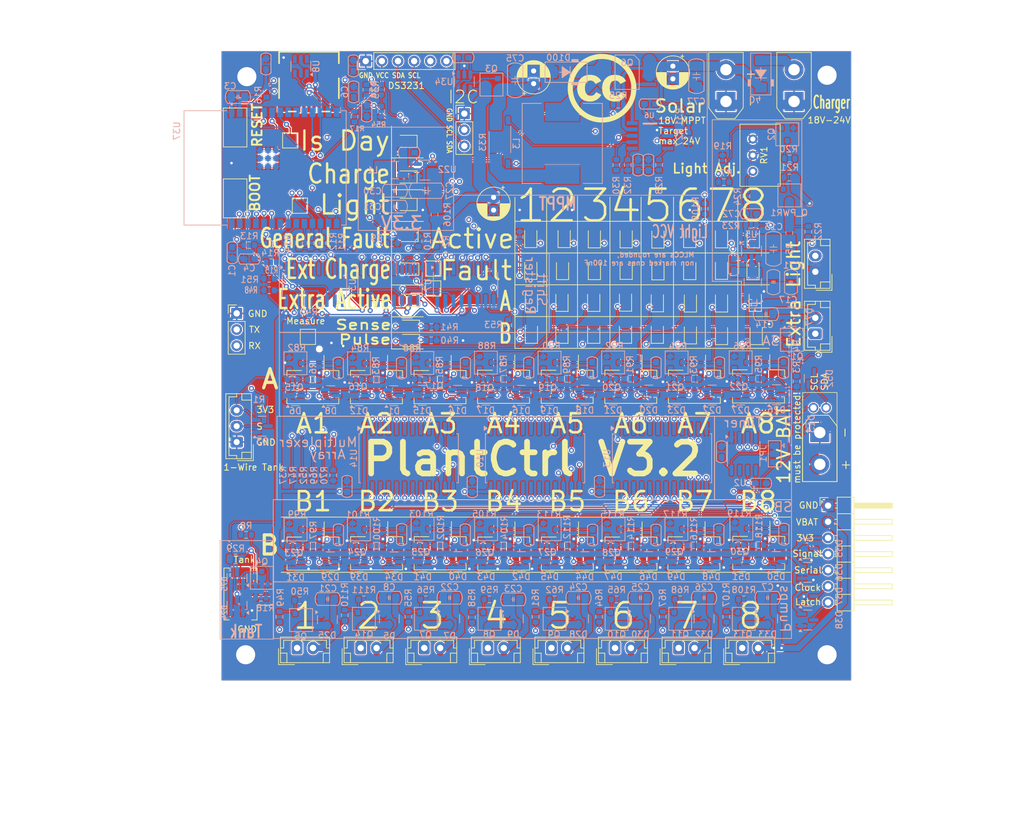
<source format=kicad_pcb>
(kicad_pcb
	(version 20240108)
	(generator "pcbnew")
	(generator_version "8.0")
	(general
		(thickness 1.6)
		(legacy_teardrops no)
	)
	(paper "A4")
	(layers
		(0 "F.Cu" signal)
		(1 "In1.Cu" signal)
		(2 "In2.Cu" signal)
		(31 "B.Cu" signal)
		(32 "B.Adhes" user "B.Adhesive")
		(33 "F.Adhes" user "F.Adhesive")
		(34 "B.Paste" user)
		(35 "F.Paste" user)
		(36 "B.SilkS" user "B.Silkscreen")
		(37 "F.SilkS" user "F.Silkscreen")
		(38 "B.Mask" user)
		(39 "F.Mask" user)
		(40 "Dwgs.User" user "User.Drawings")
		(41 "Cmts.User" user "User.Comments")
		(42 "Eco1.User" user "User.Eco1")
		(43 "Eco2.User" user "User.Eco2")
		(44 "Edge.Cuts" user)
		(45 "Margin" user)
		(46 "B.CrtYd" user "B.Courtyard")
		(47 "F.CrtYd" user "F.Courtyard")
		(48 "B.Fab" user)
		(49 "F.Fab" user)
	)
	(setup
		(stackup
			(layer "F.SilkS"
				(type "Top Silk Screen")
			)
			(layer "F.Paste"
				(type "Top Solder Paste")
			)
			(layer "F.Mask"
				(type "Top Solder Mask")
				(thickness 0.01)
			)
			(layer "F.Cu"
				(type "copper")
				(thickness 0.035)
			)
			(layer "dielectric 1"
				(type "prepreg")
				(thickness 0.1)
				(material "FR4")
				(epsilon_r 4.5)
				(loss_tangent 0.02)
			)
			(layer "In1.Cu"
				(type "copper")
				(thickness 0.035)
			)
			(layer "dielectric 2"
				(type "core")
				(thickness 1.24)
				(material "FR4")
				(epsilon_r 4.5)
				(loss_tangent 0.02)
			)
			(layer "In2.Cu"
				(type "copper")
				(thickness 0.035)
			)
			(layer "dielectric 3"
				(type "prepreg")
				(thickness 0.1)
				(material "FR4")
				(epsilon_r 4.5)
				(loss_tangent 0.02)
			)
			(layer "B.Cu"
				(type "copper")
				(thickness 0.035)
			)
			(layer "B.Mask"
				(type "Bottom Solder Mask")
				(thickness 0.01)
			)
			(layer "B.Paste"
				(type "Bottom Solder Paste")
			)
			(layer "B.SilkS"
				(type "Bottom Silk Screen")
			)
			(copper_finish "HAL lead-free")
			(dielectric_constraints no)
		)
		(pad_to_mask_clearance 0.05)
		(allow_soldermask_bridges_in_footprints no)
		(aux_axis_origin 68.58 26.67)
		(grid_origin 68.58 26.67)
		(pcbplotparams
			(layerselection 0x003ffff_ffffffff)
			(plot_on_all_layers_selection 0x0000000_00000000)
			(disableapertmacros no)
			(usegerberextensions no)
			(usegerberattributes no)
			(usegerberadvancedattributes no)
			(creategerberjobfile no)
			(dashed_line_dash_ratio 12.000000)
			(dashed_line_gap_ratio 3.000000)
			(svgprecision 4)
			(plotframeref no)
			(viasonmask no)
			(mode 1)
			(useauxorigin no)
			(hpglpennumber 1)
			(hpglpenspeed 20)
			(hpglpendiameter 15.000000)
			(pdf_front_fp_property_popups yes)
			(pdf_back_fp_property_popups yes)
			(dxfpolygonmode yes)
			(dxfimperialunits yes)
			(dxfusepcbnewfont yes)
			(psnegative no)
			(psa4output no)
			(plotreference yes)
			(plotvalue yes)
			(plotfptext yes)
			(plotinvisibletext no)
			(sketchpadsonfab no)
			(subtractmaskfromsilk no)
			(outputformat 1)
			(mirror no)
			(drillshape 0)
			(scaleselection 1)
			(outputdirectory "gerber/")
		)
	)
	(net 0 "")
	(net 1 "EN")
	(net 2 "VBAT")
	(net 3 "GND")
	(net 4 "S1")
	(net 5 "G1")
	(net 6 "3_3V")
	(net 7 "Temp")
	(net 8 "S2")
	(net 9 "G2")
	(net 10 "S3")
	(net 11 "Net-(U22-BST)")
	(net 12 "Net-(PUMP2-Pin_1)")
	(net 13 "PUMP_ENABLE")
	(net 14 "TANK_SENSOR")
	(net 15 "Net-(PUMP3-Pin_1)")
	(net 16 "Net-(PUMP4-Pin_1)")
	(net 17 "Net-(PUMP1-Pin_1)")
	(net 18 "Net-(PUMP5-Pin_1)")
	(net 19 "Net-(PUMP6-Pin_1)")
	(net 20 "Net-(PUMP7-Pin_1)")
	(net 21 "Net-(PUMP8-Pin_1)")
	(net 22 "SerialOut")
	(net 23 "Clock")
	(net 24 "Latch")
	(net 25 "Net-(Q1-G)")
	(net 26 "G3")
	(net 27 "ESP_RX")
	(net 28 "ESP_TX")
	(net 29 "Net-(Boot1-Pad2)")
	(net 30 "SDA")
	(net 31 "SCL")
	(net 32 "G4")
	(net 33 "S4")
	(net 34 "Net-(D10-K)")
	(net 35 "Net-(Q5-G)")
	(net 36 "G5")
	(net 37 "Net-(Q7-G)")
	(net 38 "Net-(Q8-G)")
	(net 39 "Net-(Q9-G)")
	(net 40 "Net-(Q10-G)")
	(net 41 "Net-(Q11-G)")
	(net 42 "Net-(Q4-G)")
	(net 43 "Net-(Q13-G)")
	(net 44 "Net-(Q14-G)")
	(net 45 "Net-(D78-A)")
	(net 46 "S5")
	(net 47 "Net-(C5-Pad2)")
	(net 48 "S6")
	(net 49 "G6")
	(net 50 "S7")
	(net 51 "PUMP1")
	(net 52 "G7")
	(net 53 "PUMP3")
	(net 54 "G8")
	(net 55 "Net-(R14-Pad2)")
	(net 56 "PUMP4")
	(net 57 "PUMP5")
	(net 58 "PUMP6")
	(net 59 "PUMP7")
	(net 60 "PUMP8")
	(net 61 "PUMP2")
	(net 62 "unconnected-(U37-IO0-Pad8)")
	(net 63 "unconnected-(U37-IO1-Pad9)")
	(net 64 "Net-(D78-K)")
	(net 65 "S8")
	(net 66 "SIGNAL")
	(net 67 "SerialIn")
	(net 68 "S9")
	(net 69 "G9")
	(net 70 "S10")
	(net 71 "G10")
	(net 72 "G11")
	(net 73 "S11")
	(net 74 "G12")
	(net 75 "S12")
	(net 76 "S13")
	(net 77 "G13")
	(net 78 "S14")
	(net 79 "G14")
	(net 80 "S15")
	(net 81 "G15")
	(net 82 "S16")
	(net 83 "G16")
	(net 84 "CD1")
	(net 85 "CD2")
	(net 86 "CD3")
	(net 87 "CD4")
	(net 88 "CD5")
	(net 89 "Net-(D10-A)")
	(net 90 "Net-(D2-K)")
	(net 91 "CD6")
	(net 92 "CD7")
	(net 93 "Net-(U2-CV)")
	(net 94 "CD8")
	(net 95 "CD9")
	(net 96 "CD10")
	(net 97 "CD11")
	(net 98 "CD12")
	(net 99 "CD13")
	(net 100 "CD14")
	(net 101 "CD15")
	(net 102 "CD16")
	(net 103 "1K_3_3")
	(net 104 "Net-(P_FAULT1-K)")
	(net 105 "CD_Probe")
	(net 106 "SENSORS_ON")
	(net 107 "Net-(CD1-K)")
	(net 108 "Net-(SIGNAL1-K)")
	(net 109 "MS4")
	(net 110 "MS1")
	(net 111 "MS0")
	(net 112 "MS3")
	(net 113 "MS2")
	(net 114 "unconnected-(U2-DIS-Pad7)")
	(net 115 "IsDay")
	(net 116 "S_VIN")
	(net 117 "5K_VBAT")
	(net 118 "Net-(U1-QH')")
	(net 119 "Net-(U3-QH')")
	(net 120 "/Light_In")
	(net 121 "Net-(U5-BST)")
	(net 122 "Net-(Q2-G)")
	(net 123 "Net-(Q2-D)")
	(net 124 "Net-(Q_PWR1-G)")
	(net 125 "Net-(Q_PWR1-D)")
	(net 126 "LED_ENABLE")
	(net 127 "Net-(I2C3-A)")
	(net 128 "Net-(R24-Pad2)")
	(net 129 "Net-(U5-FB)")
	(net 130 "/Light+")
	(net 131 "Net-(U6-VG)")
	(net 132 "Net-(C19-Pad1)")
	(net 133 "Net-(D98-K)")
	(net 134 "Net-(D98-A)")
	(net 135 "Net-(D100-K)")
	(net 136 "Net-(L3-Pad2)")
	(net 137 "Net-(Q6-G)")
	(net 138 "Net-(U6-MPPT)")
	(net 139 "Net-(U6-COM)")
	(net 140 "Net-(U6-BAT)")
	(net 141 "Net-(U6-FB)")
	(net 142 "Net-(U6-CSP)")
	(net 143 "/3_3IN")
	(net 144 "/Light_cool")
	(net 145 "/3_3V_cool")
	(net 146 "Net-(Q3-S)")
	(net 147 "Net-(U34-VCAP)")
	(net 148 "Net-(Q3-G)")
	(net 149 "Net-(J3-Pin_1)")
	(net 150 "ENABLE_TANK")
	(net 151 "Net-(Q15-B)")
	(net 152 "Net-(Q17-B)")
	(net 153 "Net-(Q18-B)")
	(net 154 "Net-(Q19-B)")
	(net 155 "Net-(Q20-B)")
	(net 156 "Net-(Q21-B)")
	(net 157 "Net-(Q22-B)")
	(net 158 "Net-(Q23-B)")
	(net 159 "Net-(Q24-B)")
	(net 160 "Net-(Q25-B)")
	(net 161 "Net-(Q26-B)")
	(net 162 "Net-(Q27-B)")
	(net 163 "Net-(Q28-B)")
	(net 164 "Net-(Q29-B)")
	(net 165 "Net-(Q30-B)")
	(net 166 "unconnected-(U37-IO8-Pad10)")
	(net 167 "Net-(D11-A)")
	(net 168 "Net-(JP1-C)")
	(net 169 "unconnected-(U37-NC-Pad22)")
	(net 170 "USB_D-")
	(net 171 "unconnected-(U37-IO4-Pad4)")
	(net 172 "USB_D+")
	(net 173 "BOOT_SEL")
	(net 174 "WARN_LED")
	(net 175 "Net-(Q15-C)")
	(net 176 "Net-(Q16-C)")
	(net 177 "Net-(Q17-C)")
	(net 178 "Net-(Q18-C)")
	(net 179 "Net-(Q19-C)")
	(net 180 "Net-(Q20-C)")
	(net 181 "Net-(Q21-C)")
	(net 182 "Net-(Q22-C)")
	(net 183 "Net-(Q23-C)")
	(net 184 "Net-(Q24-C)")
	(net 185 "Net-(Q25-C)")
	(net 186 "Net-(Q26-C)")
	(net 187 "Net-(Q27-C)")
	(net 188 "Net-(Q28-C)")
	(net 189 "Net-(Q29-C)")
	(net 190 "Net-(Q30-C)")
	(net 191 "Net-(Q16-B)")
	(net 192 "FAULT1")
	(net 193 "FAULT2")
	(net 194 "FAULT3")
	(net 195 "FAULT4")
	(net 196 "FAULT5")
	(net 197 "FAULT6")
	(net 198 "FAULT7")
	(net 199 "FAULT8")
	(net 200 "OE")
	(net 201 "unconnected-(U8-I{slash}O2-Pad4)")
	(net 202 "unconnected-(USB1-ID-Pad4)")
	(net 203 "SQW")
	(net 204 "32K")
	(net 205 "USB_BUS")
	(net 206 "unconnected-(U8-I{slash}O1-Pad6)")
	(net 207 "Net-(U3-QH)")
	(net 208 "Net-(U3-QG)")
	(footprint "Connector_JST:JST_PH_B2B-PH-SM4-TB_1x02-1MP_P2.00mm_Vertical" (layer "F.Cu") (at 204.58 117.92 180))
	(footprint "Button_Switch_SMD:SW_SPST_CK_RS282G05A3" (layer "F.Cu") (at 172.33 52.67 90))
	(footprint "Connector_JST:JST_PH_B2B-PH-SM4-TB_1x02-1MP_P2.00mm_Vertical" (layer "F.Cu") (at 194.555 91.77 180))
	(footprint "Connector_AMASS:AMASS_XT30UPB-M_1x02_P5.0mm_Vertical" (layer "F.Cu") (at 249.53 48.57 90))
	(footprint "LED_SMD:LED_0805_2012Metric" (layer "F.Cu") (at 199.53 74.9575 180))
	(footprint "easyeda2kicad:MINI-USB-SMD_UX-144S-ACP5" (layer "F.Cu") (at 183.95 46.595 180))
	(footprint "Button_Switch_SMD:SW_SPST_CK_RS282G05A3" (layer "F.Cu") (at 172.33 63.82 -90))
	(footprint "LED_SMD:LED_0805_2012Metric" (layer "F.Cu") (at 223.73 84.945 90))
	(footprint "LED_SMD:LED_0805_2012Metric" (layer "F.Cu") (at 218.83 74.8825 90))
	(footprint "LED_SMD:LED_0805_2012Metric" (layer "F.Cu") (at 228.83 74.92 90))
	(footprint "LED_SMD:LED_0805_2012Metric" (layer "F.Cu") (at 243.93 80.02 90))
	(footprint "Connector_JST:JST_PH_B2B-PH-SM4-TB_1x02-1MP_P2.00mm_Vertical" (layer "F.Cu") (at 254.655 91.67 180))
	(footprint "LED_SMD:LED_0805_2012Metric" (layer "F.Cu") (at 238.73 84.945 90))
	(footprint "kicad-stuff:AMASS_XT30UPB+DATA-M_1x02_P5.0mm_Vertical" (layer "F.Cu") (at 264.28 100.67 -90))
	(footprint "LED_SMD:LED_0805_2012Metric" (layer "F.Cu") (at 243.93 85.045 90))
	(footprint "Connector_JST:JST_PH_B2B-PH-SM4-TB_1x02-1MP_P2.00mm_Vertical" (layer "F.Cu") (at 184.58 117.97 180))
	(footprint "LED_SMD:LED_0805_2012Metric" (layer "F.Cu") (at 199.655 86.195 180))
	(footprint "Connector_AMASS:AMASS_XT30UPB-F_1x02_P5.0mm_Vertical" (layer "F.Cu") (at 260.23 48.57 90))
	(footprint "Connector_JST:JST_PH_B2B-PH-SM4-TB_1x02-1MP_P2.00mm_Vertical" (layer "F.Cu") (at 254.68 117.87 180))
	(footprint "Connector_JST:JST_EH_B2B-EH-A_1x02_P2.50mm_Vertical" (layer "F.Cu") (at 232.08 134.575))
	(footprint "Connector_JST:JST_EH_B2B-EH-A_1x02_P2.50mm_Vertical" (layer "F.Cu") (at 242.08 134.575))
	(footprint "Connector_JST:JST_EH_B2B-EH-A_1x02_P2.50mm_Vertical" (layer "F.Cu") (at 263.58 85.12 90))
	(footprint "LED_SMD:LED_0805_2012Metric" (layer "F.Cu") (at 248.83 85.145 90))
	(footprint "LED_SMD:LED_0805_2012Metric" (layer "F.Cu") (at 248.83 80.02 90))
	(footprint "Connector_JST:JST_EH_B3B-EH-A_1x03_P2.50mm_Vertical" (layer "F.Cu") (at 172.58 102.17 90))
	(footprint "Connector_JST:JST_PH_B2B-PH-SM4-TB_1x02-1MP_P2.00mm_Vertical" (layer "F.Cu") (at 224.58 117.97 180))
	(footprint "LED_SMD:LED_0805_2012Metric" (layer "F.Cu") (at 199.43 69.6575 180))
	(footprint "Connector_PinHeader_2.54mm:PinHeader_1x07_P2.54mm_Horizontal" (layer "F.Cu") (at 265.58 112.17))
	(footprint "LED_SMD:LED_0805_2012Metric" (layer "F.Cu") (at 218.93 84.945 90))
	(footprint "LED_SMD:LED_0805_2012Metric"
		(layer "F.Cu")
		(uuid "38c660a9-1b7f-4b5b-b61c-be652783af9f")
		(at 243.83 69.8825 90)
		(descr "LED SMD 0805 (2012 Metric), square (rectangular) end terminal, IPC_7351 nominal, (Body size source: https://docs.google.com/spreadsheets/d/1BsfQQcO9C6DZCsRaXUlFlo91Tg2WpOkGARC1WS5S8t0/edit?usp=sharing), generated with kicad-footprint-generator")
		(tags "LED")
		(property "Reference" "PUMP_D6"
			(at 0 -1.65 90)
			(layer "F.SilkS")
			(hide yes)
			(uuid "44bbbf26-a62d-4436-b514-b825e281b3ce")
			(effects
				(font
					(size 1 1)
					(thickness 0.15)
				)
			)
		)
		(property "Value" "BLUE"
			(at 0 1.65 90)
			(layer "F.Fab")
			(uuid "8a8574fa-8ef6-410c-870d-c44e0d85d060")
			(effects
				(font
					(size 1 1)
					(thickness 0.15)
				)
			)
		)
		(property "Footprint" "LED_SMD:LED_0805_2012Metric"
			(at 0 0 90)
			(unlocked yes)
			(layer "F.Fab")
			(hide yes)
			(uuid "0bbef73a-c570-477f-a1a4-ae99308a1abe")
			(effects
				(font
					(size 1.27 1.27)
					(thickness 0.15)
				)
			)
		)
		(property "Datasheet" ""
			(at 0 0 90)
			(unlocked yes)
			(layer "F.Fab")
			(hide yes)
			(uuid "1ae939cc-3500-4eee-8197-2ae48b6e6729")
			(effects
				(font
					(size 1.27 1.27)
					(thickness 0.15)
				)
			)
		)
		(property "Description" ""
			(at 0 0 90)
			(unlocked yes)
			(layer "F.Fab")
			(hide yes)
			(uuid "f1e07697-0ac1-494e-b33a-d9f9652f33ce")
			(effects
				(font
					(size 1.27 1.27)
					(thickness 0.15)
				)
			)
		)
		(property "LCSC_PART_NUMBER" "C205441"
			(at 0 0 0)
			(layer "F.Fab")
			(hide
... [4678929 chars truncated]
</source>
